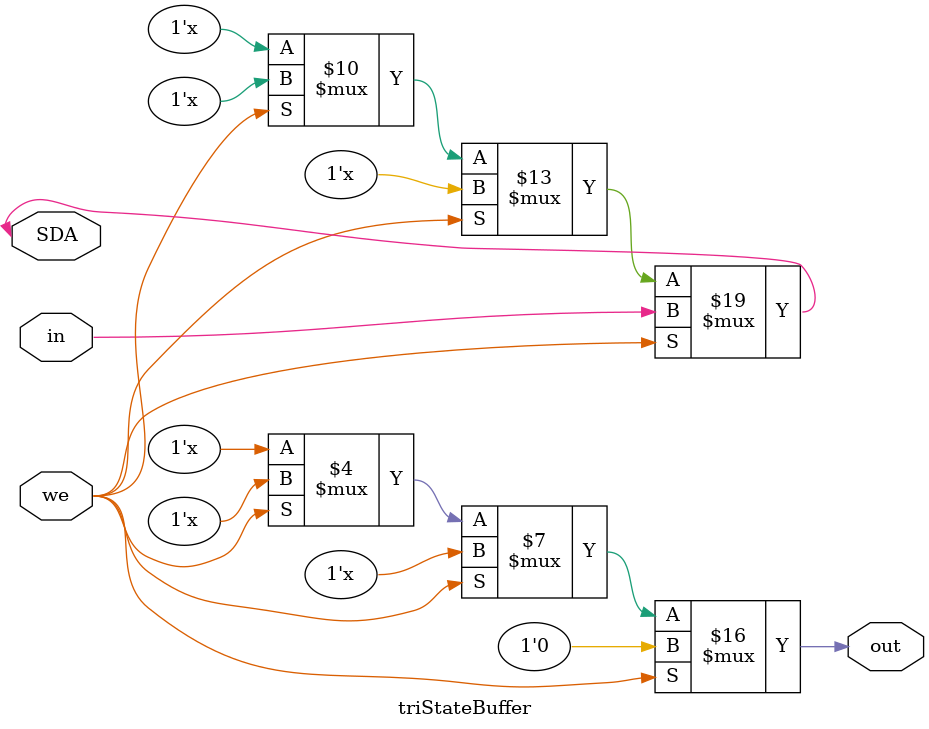
<source format=sv>
module triStateBuffer(input in, input we, output out, inout SDA);
always_comb begin
	if (we) begin
		SDA = in;
		out = 1'b0;
	end else if (!we) begin
		SDA = 1'bz;
		out = SDA;
	end
end
	

endmodule
</source>
